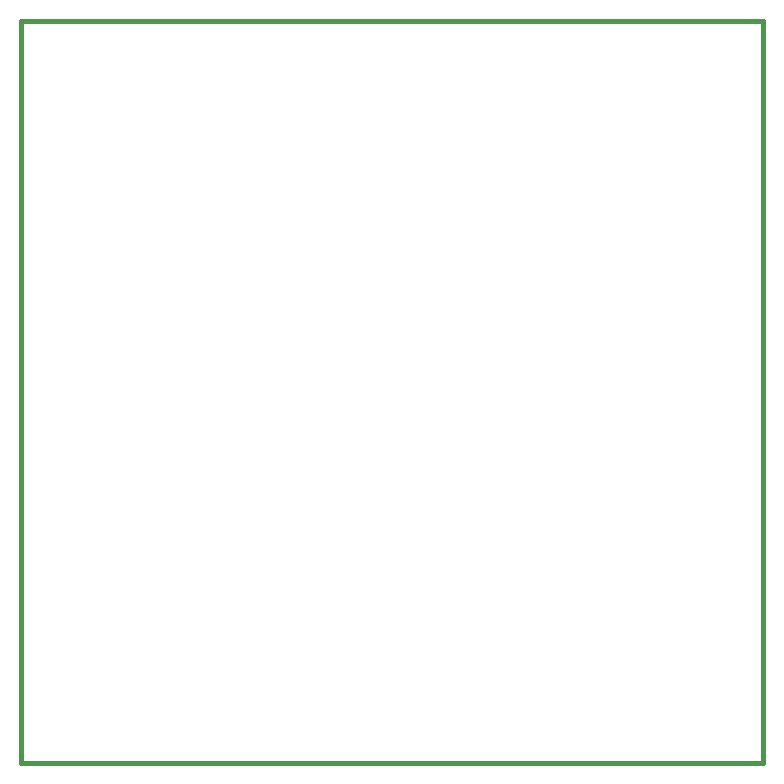
<source format=gbr>
G04 (created by PCBNEW (2013-01-24 BZR 3921)-testing) date Fri 25 Jan 2013 03:38:43 AM CET*
%MOIN*%
G04 Gerber Fmt 3.4, Leading zero omitted, Abs format*
%FSLAX34Y34*%
G01*
G70*
G90*
G04 APERTURE LIST*
%ADD10C,0.00787402*%
%ADD11C,0.015*%
G04 APERTURE END LIST*
G54D10*
G54D11*
X41700Y-21900D02*
X66450Y-21900D01*
X41700Y-46650D02*
X41700Y-21900D01*
X66450Y-46650D02*
X41700Y-46650D01*
X66450Y-21900D02*
X66450Y-46650D01*
M02*

</source>
